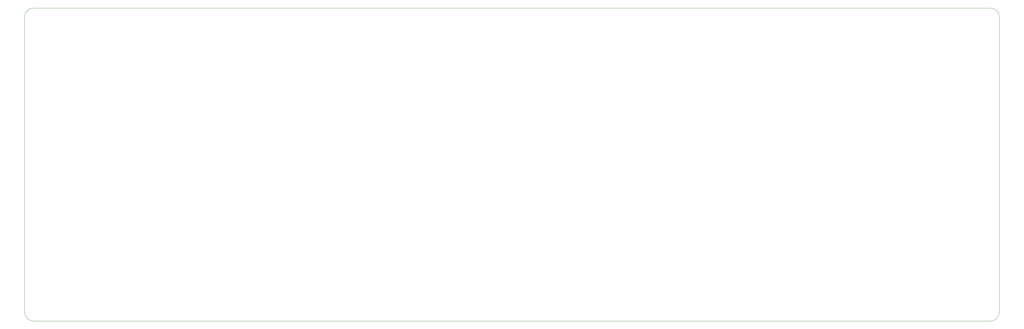
<source format=gm1>
%TF.GenerationSoftware,KiCad,Pcbnew,(6.0.10)*%
%TF.CreationDate,2023-02-19T17:52:48+11:00*%
%TF.ProjectId,whykb,7768796b-622e-46b6-9963-61645f706362,REV1*%
%TF.SameCoordinates,Original*%
%TF.FileFunction,Profile,NP*%
%FSLAX46Y46*%
G04 Gerber Fmt 4.6, Leading zero omitted, Abs format (unit mm)*
G04 Created by KiCad (PCBNEW (6.0.10)) date 2023-02-19 17:52:48*
%MOMM*%
%LPD*%
G01*
G04 APERTURE LIST*
%TA.AperFunction,Profile*%
%ADD10C,0.100000*%
%TD*%
G04 APERTURE END LIST*
D10*
X353060000Y-106680000D02*
G75*
G03*
X350520000Y-104140000I-2540000J0D01*
G01*
X78740000Y-193040000D02*
X350520000Y-193040000D01*
X350520000Y-193040000D02*
G75*
G03*
X353060000Y-190500000I0J2540000D01*
G01*
X350520000Y-104140000D02*
X78740000Y-104140000D01*
X78740000Y-104140000D02*
G75*
G03*
X76200000Y-106680000I0J-2540000D01*
G01*
X353060000Y-190500000D02*
X353060000Y-106680000D01*
X76200000Y-106680000D02*
X76200000Y-190500000D01*
X76200000Y-190500000D02*
G75*
G03*
X78740000Y-193040000I2540000J0D01*
G01*
M02*

</source>
